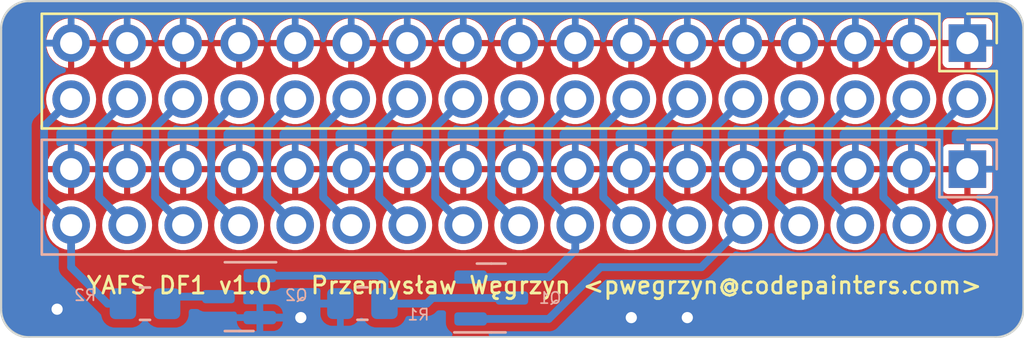
<source format=kicad_pcb>
(kicad_pcb (version 20221018) (generator pcbnew)
  (layers (0 "F.Cu" signal) (31 "B.Cu" signal) (34 "B.Paste" user) (35 "F.Paste" user) (36 "B.SilkS" user "B.Silkscreen") (37 "F.SilkS" user "F.Silkscreen") (38 "B.Mask" user) (39 "F.Mask" user) (44 "Edge.Cuts" user))
  (net 0 "")
  (net 1 "/~{SEL0}")
  (net 2 "/~{MTRON}")
  (net 3 "Net-(Q1-D)")
  (net 4 "GND")
  (net 5 "Net-(Q2-D)")
  (net 6 "/~{RDY}")
  (net 7 "Net-(J1-Pin_2)")
  (net 8 "Net-(J1-Pin_4)")
  (net 9 "Net-(J1-Pin_6)")
  (net 10 "Net-(J1-Pin_8)")
  (net 11 "Net-(J1-Pin_12)")
  (net 12 "Net-(J1-Pin_14)")
  (net 13 "Net-(J1-Pin_18)")
  (net 14 "Net-(J1-Pin_20)")
  (net 15 "Net-(J1-Pin_22)")
  (net 16 "Net-(J1-Pin_24)")
  (net 17 "Net-(J1-Pin_26)")
  (net 18 "Net-(J1-Pin_28)")
  (net 19 "Net-(J1-Pin_30)")
  (net 20 "Net-(J1-Pin_32)")
  (footprint "Connector_PinHeader_2.54mm:PinHeader_2x17_P2.54mm_Vertical" (layer "F.Cu") (at 147.955 90.805 -90)
    (fp_text reference "J2" hide)
    (fp_text value "Floppy" hide)
    (fp_line (start -1.33 -1.33) (end 0 -1.33) (stroke (width 0.12)) (layer "F.SilkS"))
    (fp_line (start -1.33 0) (end -1.33 -1.33) (stroke (width 0.12)) (layer "F.SilkS"))
    (fp_line (start -1.33 1.27) (end -1.33 41.97) (stroke (width 0.12)) (layer "F.SilkS"))
    (fp_line (start -1.33 1.27) (end 1.27 1.27) (stroke (width 0.12)) (layer "F.SilkS"))
    (fp_line (start -1.33 41.97) (end 3.87 41.97) (stroke (width 0.12)) (layer "F.SilkS"))
    (fp_line (start 1.27 -1.33) (end 3.87 -1.33) (stroke (width 0.12)) (layer "F.SilkS"))
    (fp_line (start 1.27 1.27) (end 1.27 -1.33) (stroke (width 0.12)) (layer "F.SilkS"))
    (fp_line (start 3.87 -1.33) (end 3.87 41.97) (stroke (width 0.12)) (layer "F.SilkS"))
    (pad "1" thru_hole rect (at 0 0 270) (size 1.7 1.7) (drill 1) (layers "*.Cu" "*.Mask") (net 4 "GND"))
    (pad "2" thru_hole oval (at 2.54 0 270) (size 1.7 1.7) (drill 1) (layers "*.Cu" "*.Mask") (net 7 "Net-(J1-Pin_2)"))
    (pad "3" thru_hole oval (at 0 2.54 270) (size 1.7 1.7) (drill 1) (layers "*.Cu" "*.Mask") (net 4 "GND"))
    (pad "4" thru_hole oval (at 2.54 2.54 270) (size 1.7 1.7) (drill 1) (layers "*.Cu" "*.Mask") (net 8 "Net-(J1-Pin_4)"))
    (pad "5" thru_hole oval (at 0 5.08 270) (size 1.7 1.7) (drill 1) (layers "*.Cu" "*.Mask") (net 4 "GND"))
    (pad "6" thru_hole oval (at 2.54 5.08 270) (size 1.7 1.7) (drill 1) (layers "*.Cu" "*.Mask") (net 9 "Net-(J1-Pin_6)"))
    (pad "7" thru_hole oval (at 0 7.62 270) (size 1.7 1.7) (drill 1) (layers "*.Cu" "*.Mask") (net 4 "GND"))
    (pad "8" thru_hole oval (at 2.54 7.62 270) (size 1.7 1.7) (drill 1) (layers "*.Cu" "*.Mask") (net 10 "Net-(J1-Pin_8)"))
    (pad "9" thru_hole oval (at 0 10.16 270) (size 1.7 1.7) (drill 1) (layers "*.Cu" "*.Mask") (net 4 "GND"))
    (pad "10" thru_hole oval (at 2.54 10.16 270) (size 1.7 1.7) (drill 1) (layers "*.Cu" "*.Mask") (net 1 "/~{SEL0}"))
    (pad "11" thru_hole oval (at 0 12.7 270) (size 1.7 1.7) (drill 1) (layers "*.Cu" "*.Mask") (net 4 "GND"))
    (pad "12" thru_hole oval (at 2.54 12.7 270) (size 1.7 1.7) (drill 1) (layers "*.Cu" "*.Mask") (net 11 "Net-(J1-Pin_12)"))
    (pad "13" thru_hole oval (at 0 15.24 270) (size 1.7 1.7) (drill 1) (layers "*.Cu" "*.Mask") (net 4 "GND"))
    (pad "14" thru_hole oval (at 2.54 15.24 270) (size 1.7 1.7) (drill 1) (layers "*.Cu" "*.Mask") (net 12 "Net-(J1-Pin_14)"))
    (pad "15" thru_hole oval (at 0 17.78 270) (size 1.7 1.7) (drill 1) (layers "*.Cu" "*.Mask") (net 4 "GND"))
    (pad "16" thru_hole oval (at 2.54 17.78 270) (size 1.7 1.7) (drill 1) (layers "*.Cu" "*.Mask") (net 2 "/~{MTRON}"))
    (pad "17" thru_hole oval (at 0 20.32 270) (size 1.7 1.7) (drill 1) (layers "*.Cu" "*.Mask") (net 4 "GND"))
    (pad "18" thru_hole oval (at 2.54 20.32 270) (size 1.7 1.7) (drill 1) (layers "*.Cu" "*.Mask") (net 13 "Net-(J1-Pin_18)"))
    (pad "19" thru_hole oval (at 0 22.86 270) (size 1.7 1.7) (drill 1) (layers "*.Cu" "*.Mask") (net 4 "GND"))
    (pad "20" thru_hole oval (at 2.54 22.86 270) (size 1.7 1.7) (drill 1) (layers "*.Cu" "*.Mask") (net 14 "Net-(J1-Pin_20)"))
    (pad "21" thru_hole oval (at 0 25.4 270) (size 1.7 1.7) (drill 1) (layers "*.Cu" "*.Mask") (net 4 "GND"))
    (pad "22" thru_hole oval (at 2.54 25.4 270) (size 1.7 1.7) (drill 1) (layers "*.Cu" "*.Mask") (net 15 "Net-(J1-Pin_22)"))
    (pad "23" thru_hole oval (at 0 27.94 270) (size 1.7 1.7) (drill 1) (layers "*.Cu" "*.Mask") (net 4 "GND"))
    (pad "24" thru_hole oval (at 2.54 27.94 270) (size 1.7 1.7) (drill 1) (layers "*.Cu" "*.Mask") (net 16 "Net-(J1-Pin_24)"))
    (pad "25" thru_hole oval (at 0 30.48 270) (size 1.7 1.7) (drill 1) (layers "*.Cu" "*.Mask") (net 4 "GND"))
    (pad "26" thru_hole oval (at 2.54 30.48 270) (size 1.7 1.7) (drill 1) (layers "*.Cu" "*.Mask") (net 17 "Net-(J1-Pin_26)"))
    (pad "27" thru_hole oval (at 0 33.02 270) (size 1.7 1.7) (drill 1) (layers "*.Cu" "*.Mask") (net 4 "GND"))
    (pad "28" thru_hole oval (at 2.54 33.02 270) (size 1.7 1.7) (drill 1) (layers "*.Cu" "*.Mask") (net 18 "Net-(J1-Pin_28)"))
    (pad "29" thru_hole oval (at 0 35.56 270) (size 1.7 1.7) (drill 1) (layers "*.Cu" "*.Mask") (net 4 "GND"))
    (pad "30" thru_hole oval (at 2.54 35.56 270) (size 1.7 1.7) (drill 1) (layers "*.Cu" "*.Mask") (net 19 "Net-(J1-Pin_30)"))
    (pad "31" thru_hole oval (at 0 38.1 270) (size 1.7 1.7) (drill 1) (layers "*.Cu" "*.Mask") (net 4 "GND"))
    (pad "32" thru_hole oval (at 2.54 38.1 270) (size 1.7 1.7) (drill 1) (layers "*.Cu" "*.Mask") (net 20 "Net-(J1-Pin_32)"))
    (pad "33" thru_hole oval (at 0 40.64 270) (size 1.7 1.7) (drill 1) (layers "*.Cu" "*.Mask") (net 4 "GND"))
    (pad "34" thru_hole oval (at 2.54 40.64 270) (size 1.7 1.7) (drill 1) (layers "*.Cu" "*.Mask") (net 6 "/~{RDY}"))
  )
  (footprint "Connector_PinSocket_2.54mm:PinSocket_2x17_P2.54mm_Vertical" (layer "B.Cu") (at 147.955 96.52 90)
    (fp_text reference "J1" hide)
    (fp_text value "MBoard" hide)
    (fp_line (start -3.87 -41.97) (end 1.33 -41.97) (stroke (width 0.12)) (layer "B.SilkS"))
    (fp_line (start -3.87 1.33) (end -3.87 -41.97) (stroke (width 0.12)) (layer "B.SilkS"))
    (fp_line (start -3.87 1.33) (end -1.27 1.33) (stroke (width 0.12)) (layer "B.SilkS"))
    (fp_line (start -1.27 -1.27) (end 1.33 -1.27) (stroke (width 0.12)) (layer "B.SilkS"))
    (fp_line (start -1.27 1.33) (end -1.27 -1.27) (stroke (width 0.12)) (layer "B.SilkS"))
    (fp_line (start 0 1.33) (end 1.33 1.33) (stroke (width 0.12)) (layer "B.SilkS"))
    (fp_line (start 1.33 -1.27) (end 1.33 -41.97) (stroke (width 0.12)) (layer "B.SilkS"))
    (fp_line (start 1.33 1.33) (end 1.33 0) (stroke (width 0.12)) (layer "B.SilkS"))
    (pad "1" thru_hole rect (at 0 0 90) (size 1.7 1.7) (drill 1) (layers "*.Cu" "*.Mask") (net 4 "GND"))
    (pad "2" thru_hole oval (at -2.54 0 90) (size 1.7 1.7) (drill 1) (layers "*.Cu" "*.Mask") (net 7 "Net-(J1-Pin_2)"))
    (pad "3" thru_hole oval (at 0 -2.54 90) (size 1.7 1.7) (drill 1) (layers "*.Cu" "*.Mask") (net 4 "GND"))
    (pad "4" thru_hole oval (at -2.54 -2.54 90) (size 1.7 1.7) (drill 1) (layers "*.Cu" "*.Mask") (net 8 "Net-(J1-Pin_4)"))
    (pad "5" thru_hole oval (at 0 -5.08 90) (size 1.7 1.7) (drill 1) (layers "*.Cu" "*.Mask") (net 4 "GND"))
    (pad "6" thru_hole oval (at -2.54 -5.08 90) (size 1.7 1.7) (drill 1) (layers "*.Cu" "*.Mask") (net 9 "Net-(J1-Pin_6)"))
    (pad "7" thru_hole oval (at 0 -7.62 90) (size 1.7 1.7) (drill 1) (layers "*.Cu" "*.Mask") (net 4 "GND"))
    (pad "8" thru_hole oval (at -2.54 -7.62 90) (size 1.7 1.7) (drill 1) (layers "*.Cu" "*.Mask") (net 10 "Net-(J1-Pin_8)"))
    (pad "9" thru_hole oval (at 0 -10.16 90) (size 1.7 1.7) (drill 1) (layers "*.Cu" "*.Mask") (net 4 "GND"))
    (pad "10" thru_hole oval (at -2.54 -10.16 90) (size 1.7 1.7) (drill 1) (layers "*.Cu" "*.Mask") (net 1 "/~{SEL0}"))
    (pad "11" thru_hole oval (at 0 -12.7 90) (size 1.7 1.7) (drill 1) (layers "*.Cu" "*.Mask") (net 4 "GND"))
    (pad "12" thru_hole oval (at -2.54 -12.7 90) (size 1.7 1.7) (drill 1) (layers "*.Cu" "*.Mask") (net 11 "Net-(J1-Pin_12)"))
    (pad "13" thru_hole oval (at 0 -15.24 90) (size 1.7 1.7) (drill 1) (layers "*.Cu" "*.Mask") (net 4 "GND"))
    (pad "14" thru_hole oval (at -2.54 -15.24 90) (size 1.7 1.7) (drill 1) (layers "*.Cu" "*.Mask") (net 12 "Net-(J1-Pin_14)"))
    (pad "15" thru_hole oval (at 0 -17.78 90) (size 1.7 1.7) (drill 1) (layers "*.Cu" "*.Mask") (net 4 "GND"))
    (pad "16" thru_hole oval (at -2.54 -17.78 90) (size 1.7 1.7) (drill 1) (layers "*.Cu" "*.Mask") (net 2 "/~{MTRON}"))
    (pad "17" thru_hole oval (at 0 -20.32 90) (size 1.7 1.7) (drill 1) (layers "*.Cu" "*.Mask") (net 4 "GND"))
    (pad "18" thru_hole oval (at -2.54 -20.32 90) (size 1.7 1.7) (drill 1) (layers "*.Cu" "*.Mask") (net 13 "Net-(J1-Pin_18)"))
    (pad "19" thru_hole oval (at 0 -22.86 90) (size 1.7 1.7) (drill 1) (layers "*.Cu" "*.Mask") (net 4 "GND"))
    (pad "20" thru_hole oval (at -2.54 -22.86 90) (size 1.7 1.7) (drill 1) (layers "*.Cu" "*.Mask") (net 14 "Net-(J1-Pin_20)"))
    (pad "21" thru_hole oval (at 0 -25.4 90) (size 1.7 1.7) (drill 1) (layers "*.Cu" "*.Mask") (net 4 "GND"))
    (pad "22" thru_hole oval (at -2.54 -25.4 90) (size 1.7 1.7) (drill 1) (layers "*.Cu" "*.Mask") (net 15 "Net-(J1-Pin_22)"))
    (pad "23" thru_hole oval (at 0 -27.94 90) (size 1.7 1.7) (drill 1) (layers "*.Cu" "*.Mask") (net 4 "GND"))
    (pad "24" thru_hole oval (at -2.54 -27.94 90) (size 1.7 1.7) (drill 1) (layers "*.Cu" "*.Mask") (net 16 "Net-(J1-Pin_24)"))
    (pad "25" thru_hole oval (at 0 -30.48 90) (size 1.7 1.7) (drill 1) (layers "*.Cu" "*.Mask") (net 4 "GND"))
    (pad "26" thru_hole oval (at -2.54 -30.48 90) (size 1.7 1.7) (drill 1) (layers "*.Cu" "*.Mask") (net 17 "Net-(J1-Pin_26)"))
    (pad "27" thru_hole oval (at 0 -33.02 90) (size 1.7 1.7) (drill 1) (layers "*.Cu" "*.Mask") (net 4 "GND"))
    (pad "28" thru_hole oval (at -2.54 -33.02 90) (size 1.7 1.7) (drill 1) (layers "*.Cu" "*.Mask") (net 18 "Net-(J1-Pin_28)"))
    (pad "29" thru_hole oval (at 0 -35.56 90) (size 1.7 1.7) (drill 1) (layers "*.Cu" "*.Mask") (net 4 "GND"))
    (pad "30" thru_hole oval (at -2.54 -35.56 90) (size 1.7 1.7) (drill 1) (layers "*.Cu" "*.Mask") (net 19 "Net-(J1-Pin_30)"))
    (pad "31" thru_hole oval (at 0 -38.1 90) (size 1.7 1.7) (drill 1) (layers "*.Cu" "*.Mask") (net 4 "GND"))
    (pad "32" thru_hole oval (at -2.54 -38.1 90) (size 1.7 1.7) (drill 1) (layers "*.Cu" "*.Mask") (net 20 "Net-(J1-Pin_32)"))
    (pad "33" thru_hole oval (at 0 -40.64 90) (size 1.7 1.7) (drill 1) (layers "*.Cu" "*.Mask") (net 4 "GND"))
    (pad "34" thru_hole oval (at -2.54 -40.64 90) (size 1.7 1.7) (drill 1) (layers "*.Cu" "*.Mask") (net 6 "/~{RDY}"))
  )
  (footprint "Package_TO_SOT_SMD:SOT-23" (layer "B.Cu") (at 114.935 102.301 180)
    (fp_text reference "Q2" (at -2.5885 0.066) (layer "B.SilkS") (effects (font (size 0.508 0.508) (thickness 0.0762)) (justify mirror)))
    (fp_text value "BSS123" hide)
    (fp_line (start 0 -1.56) (end -0.65 -1.56) (stroke (width 0.12)) (layer "B.SilkS"))
    (fp_line (start 0 -1.56) (end 0.65 -1.56) (stroke (width 0.12)) (layer "B.SilkS"))
    (fp_line (start 0 1.56) (end -1.675 1.56) (stroke (width 0.12)) (layer "B.SilkS"))
    (fp_line (start 0 1.56) (end 0.65 1.56) (stroke (width 0.12)) (layer "B.SilkS"))
    (pad "1" smd roundrect (at -0.9375 0.95 180) (size 1.475 0.6) (layers "B.Cu" "B.Paste" "B.Mask") (net 3 "Net-(Q1-D)"))
    (pad "2" smd roundrect (at -0.9375 -0.95 180) (size 1.475 0.6) (layers "B.Cu" "B.Paste" "B.Mask") (net 4 "GND"))
    (pad "3" smd roundrect (at 0.9375 0 180) (size 1.475 0.6) (layers "B.Cu" "B.Paste" "B.Mask") (net 5 "Net-(Q2-D)"))
  )
  (footprint "Package_TO_SOT_SMD:SOT-23" (layer "B.Cu") (at 126.365 102.362)
    (fp_text reference "Q1" (at 2.667 0) (layer "B.SilkS") (effects (font (size 0.508 0.508) (thickness 0.0762)) (justify mirror)))
    (fp_text value "DMG2301L" hide)
    (fp_line (start 0 -1.56) (end -0.65 -1.56) (stroke (width 0.12)) (layer "B.SilkS"))
    (fp_line (start 0 -1.56) (end 0.65 -1.56) (stroke (width 0.12)) (layer "B.SilkS"))
    (fp_line (start 0 1.56) (end -1.675 1.56) (stroke (width 0.12)) (layer "B.SilkS"))
    (fp_line (start 0 1.56) (end 0.65 1.56) (stroke (width 0.12)) (layer "B.SilkS"))
    (pad "1" smd roundrect (at -0.9375 0.95) (size 1.475 0.6) (layers "B.Cu" "B.Paste" "B.Mask") (net 1 "/~{SEL0}"))
    (pad "2" smd roundrect (at -0.9375 -0.95) (size 1.475 0.6) (layers "B.Cu" "B.Paste" "B.Mask") (net 2 "/~{MTRON}"))
    (pad "3" smd roundrect (at 0.9375 0) (size 1.475 0.6) (layers "B.Cu" "B.Paste" "B.Mask") (net 3 "Net-(Q1-D)"))
  )
  (footprint "Resistor_SMD:R_0805_2012Metric_Pad1.20x1.40mm_HandSolder" (layer "B.Cu") (at 120.523 102.616 180)
    (fp_text reference "R1" (at -2.54 -0.503) (layer "B.SilkS") (effects (font (size 0.508 0.508) (thickness 0.0762)) (justify mirror)))
    (fp_text value "2k2" hide)
    (fp_line (start -0.227064 -0.735) (end 0.227064 -0.735) (stroke (width 0.12)) (layer "B.SilkS"))
    (fp_line (start -0.227064 0.735) (end 0.227064 0.735) (stroke (width 0.12)) (layer "B.SilkS"))
    (pad "1" smd roundrect (at -1 0 180) (size 1.2 1.4) (layers "B.Cu" "B.Paste" "B.Mask") (roundrect_rratio 0.208333) (net 3 "Net-(Q1-D)"))
    (pad "2" smd roundrect (at 1 0 180) (size 1.2 1.4) (layers "B.Cu" "B.Paste" "B.Mask") (roundrect_rratio 0.208333) (net 4 "GND"))
  )
  (footprint "Resistor_SMD:R_0805_2012Metric_Pad1.20x1.40mm_HandSolder" (layer "B.Cu") (at 110.6655 102.621 180)
    (fp_text reference "R2" (at 2.7155 0.386) (layer "B.SilkS") (effects (font (size 0.508 0.508) (thickness 0.0762)) (justify mirror)))
    (fp_text value "100R" hide)
    (fp_line (start -0.227064 -0.735) (end 0.227064 -0.735) (stroke (width 0.12)) (layer "B.SilkS"))
    (fp_line (start -0.227064 0.735) (end 0.227064 0.735) (stroke (width 0.12)) (layer "B.SilkS"))
    (pad "1" smd roundrect (at -1 0 180) (size 1.2 1.4) (layers "B.Cu" "B.Paste" "B.Mask") (roundrect_rratio 0.208333) (net 5 "Net-(Q2-D)"))
    (pad "2" smd roundrect (at 1 0 180) (size 1.2 1.4) (layers "B.Cu" "B.Paste" "B.Mask") (roundrect_rratio 0.208333) (net 6 "/~{RDY}"))
  )
  (gr_line (start 105.41 104.14) (end 149.225 104.14) (stroke (width 0.1)) (layer "Edge.Cuts"))
  (gr_arc (start 150.495 102.87) (mid 150.123026 103.768026) (end 149.225 104.14) (stroke (width 0.1)) (layer "Edge.Cuts"))
  (gr_line (start 104.14 90.17) (end 104.14 102.87) (stroke (width 0.1)) (layer "Edge.Cuts"))
  (gr_arc (start 105.41 104.14) (mid 104.511974 103.768026) (end 104.14 102.87) (stroke (width 0.1)) (layer "Edge.Cuts"))
  (gr_arc (start 149.225 88.9) (mid 150.123026 89.271974) (end 150.495 90.17) (stroke (width 0.1)) (layer "Edge.Cuts"))
  (gr_arc (start 104.14 90.17) (mid 104.511974 89.271974) (end 105.41 88.9) (stroke (width 0.1)) (layer "Edge.Cuts"))
  (gr_line (start 105.41 88.9) (end 149.225 88.9) (stroke (width 0.1)) (layer "Edge.Cuts"))
  (gr_line (start 150.495 90.17) (end 150.495 102.87) (stroke (width 0.1)) (layer "Edge.Cuts"))
  (gr_text "Przemysław Węgrzyn <pwegrzyn@codepainters.com>" (at 118.11 102.235) (layer "F.SilkS") (effects (font (size 0.762 0.762) (thickness 0.127) bold) (justify left bottom)))
  (gr_text "YAFS DF1 v1.0" (at 107.95 102.235) (layer "F.SilkS") (effects (font (size 0.762 0.762) (thickness 0.127) bold) (justify left bottom)))
  (segment (start 128.971 103.312) (end 131.318 100.965) (width 0.3556) (layer "B.Cu") (net 1))
  (segment (start 125.4275 103.312) (end 128.971 103.312) (width 0.3556) (layer "B.Cu") (net 1))
  (segment (start 137.795 99.06) (end 136.525 97.79) (width 0.3556) (layer "B.Cu") (net 1))
  (segment (start 135.89 100.965) (end 137.795 99.06) (width 0.3556) (layer "B.Cu") (net 1))
  (segment (start 136.525 94.615) (end 137.795 93.345) (width 0.3556) (layer "B.Cu") (net 1))
  (segment (start 136.525 97.79) (end 136.525 94.615) (width 0.3556) (layer "B.Cu") (net 1))
  (segment (start 131.318 100.965) (end 135.89 100.965) (width 0.3556) (layer "B.Cu") (net 1))
  (segment (start 130.175 99.06) (end 128.905 97.79) (width 0.3556) (layer "B.Cu") (net 2))
  (segment (start 130.175 100.203) (end 130.175 99.06) (width 0.3556) (layer "B.Cu") (net 2))
  (segment (start 128.905 94.615) (end 130.175 93.345) (width 0.3556) (layer "B.Cu") (net 2))
  (segment (start 125.4275 101.412) (end 128.966 101.412) (width 0.3556) (layer "B.Cu") (net 2))
  (segment (start 128.905 97.79) (end 128.905 94.615) (width 0.3556) (layer "B.Cu") (net 2))
  (segment (start 128.966 101.412) (end 130.175 100.203) (width 0.3556) (layer "B.Cu") (net 2))
  (segment (start 115.8725 101.351) (end 121.29 101.351) (width 0.3556) (layer "B.Cu") (net 3))
  (segment (start 123.698 102.362) (end 127.3025 102.362) (width 0.3556) (layer "B.Cu") (net 3))
  (segment (start 121.523 101.616) (end 121.523 102.616) (width 0.3556) (layer "B.Cu") (net 3))
  (segment (start 121.29 101.351) (end 121.539 101.6) (width 0.3556) (layer "B.Cu") (net 3))
  (segment (start 123.444 102.616) (end 123.698 102.362) (width 0.3556) (layer "B.Cu") (net 3))
  (segment (start 121.539 101.6) (end 121.523 101.616) (width 0.3556) (layer "B.Cu") (net 3))
  (segment (start 121.523 102.616) (end 123.444 102.616) (width 0.3556) (layer "B.Cu") (net 3))
  (via (at 106.68 102.87) (size 1.016) (drill 0.508) (layers "F.Cu" "B.Cu") (net 4))
  (via (at 135.255 103.251) (size 1.016) (drill 0.508) (layers "F.Cu" "B.Cu") (net 4))
  (via (at 117.729 103.251) (size 1.016) (drill 0.508) (layers "F.Cu" "B.Cu") (net 4))
  (via (at 132.715 103.251) (size 1.016) (drill 0.508) (layers "F.Cu" "B.Cu") (net 4))
  (segment (start 117.729 103.251) (end 118.364 102.616) (width 0.3556) (layer "B.Cu") (net 4))
  (segment (start 115.8725 103.251) (end 117.729 103.251) (width 0.3556) (layer "B.Cu") (net 4))
  (segment (start 118.364 102.616) (end 119.523 102.616) (width 0.3556) (layer "B.Cu") (net 4))
  (segment (start 111.6655 102.621) (end 111.9855 102.301) (width 0.3556) (layer "B.Cu") (net 5))
  (segment (start 111.9855 102.301) (end 113.9975 102.301) (width 0.3556) (layer "B.Cu") (net 5))
  (segment (start 109.6655 102.621) (end 108.971 102.621) (width 0.3556) (layer "B.Cu") (net 6))
  (segment (start 106.0872 94.5728) (end 107.315 93.345) (width 0.3556) (layer "B.Cu") (net 6))
  (segment (start 107.315 99.06) (end 106.0872 97.8322) (width 0.3556) (layer "B.Cu") (net 6))
  (segment (start 107.315 100.965) (end 107.315 99.06) (width 0.3556) (layer "B.Cu") (net 6))
  (segment (start 106.0872 97.8322) (end 106.0872 94.5728) (width 0.3556) (layer "B.Cu") (net 6))
  (segment (start 108.971 102.621) (end 107.315 100.965) (width 0.3556) (layer "B.Cu") (net 6))
  (segment (start 146.685 97.79) (end 146.685 94.615) (width 0.3556) (layer "B.Cu") (net 7))
  (segment (start 147.955 99.06) (end 146.685 97.79) (width 0.3556) (layer "B.Cu") (net 7))
  (segment (start 146.685 94.615) (end 147.955 93.345) (width 0.3556) (layer "B.Cu") (net 7))
  (segment (start 144.145 97.79) (end 144.145 94.615) (width 0.3556) (layer "B.Cu") (net 8))
  (segment (start 145.415 99.06) (end 144.145 97.79) (width 0.3556) (layer "B.Cu") (net 8))
  (segment (start 144.145 94.615) (end 145.415 93.345) (width 0.3556) (layer "B.Cu") (net 8))
  (segment (start 142.875 99.06) (end 141.605 97.79) (width 0.3556) (layer "B.Cu") (net 9))
  (segment (start 141.605 94.615) (end 142.875 93.345) (width 0.3556) (layer "B.Cu") (net 9))
  (segment (start 141.605 97.79) (end 141.605 94.615) (width 0.3556) (layer "B.Cu") (net 9))
  (segment (start 139.065 97.79) (end 139.065 94.615) (width 0.3556) (layer "B.Cu") (net 10))
  (segment (start 139.065 94.615) (end 140.335 93.345) (width 0.3556) (layer "B.Cu") (net 10))
  (segment (start 140.335 99.06) (end 139.065 97.79) (width 0.3556) (layer "B.Cu") (net 10))
  (segment (start 135.255 99.06) (end 133.985 97.79) (width 0.3556) (layer "B.Cu") (net 11))
  (segment (start 133.985 94.615) (end 135.255 93.345) (width 0.3556) (layer "B.Cu") (net 11))
  (segment (start 133.985 97.79) (end 133.985 94.615) (width 0.3556) (layer "B.Cu") (net 11))
  (segment (start 131.445 97.79) (end 131.445 94.615) (width 0.3556) (layer "B.Cu") (net 12))
  (segment (start 132.715 99.06) (end 131.445 97.79) (width 0.3556) (layer "B.Cu") (net 12))
  (segment (start 131.445 94.615) (end 132.715 93.345) (width 0.3556) (layer "B.Cu") (net 12))
  (segment (start 126.365 97.79) (end 126.365 94.615) (width 0.3556) (layer "B.Cu") (net 13))
  (segment (start 126.365 94.615) (end 127.635 93.345) (width 0.3556) (layer "B.Cu") (net 13))
  (segment (start 127.635 99.06) (end 126.365 97.79) (width 0.3556) (layer "B.Cu") (net 13))
  (segment (start 123.825 94.615) (end 125.095 93.345) (width 0.3556) (layer "B.Cu") (net 14))
  (segment (start 123.825 97.79) (end 123.825 94.615) (width 0.3556) (layer "B.Cu") (net 14))
  (segment (start 125.095 99.06) (end 123.825 97.79) (width 0.3556) (layer "B.Cu") (net 14))
  (segment (start 122.555 99.06) (end 121.285 97.79) (width 0.3556) (layer "B.Cu") (net 15))
  (segment (start 121.285 97.79) (end 121.285 94.615) (width 0.3556) (layer "B.Cu") (net 15))
  (segment (start 121.285 94.615) (end 122.555 93.345) (width 0.3556) (layer "B.Cu") (net 15))
  (segment (start 118.745 97.79) (end 118.745 94.615) (width 0.3556) (layer "B.Cu") (net 16))
  (segment (start 120.015 99.06) (end 118.745 97.79) (width 0.3556) (layer "B.Cu") (net 16))
  (segment (start 118.745 94.615) (end 120.015 93.345) (width 0.3556) (layer "B.Cu") (net 16))
  (segment (start 116.205 97.79) (end 116.205 94.615) (width 0.3556) (layer "B.Cu") (net 17))
  (segment (start 116.205 94.615) (end 117.475 93.345) (width 0.3556) (layer "B.Cu") (net 17))
  (segment (start 117.475 99.06) (end 116.205 97.79) (width 0.3556) (layer "B.Cu") (net 17))
  (segment (start 113.665 94.615) (end 114.935 93.345) (width 0.3556) (layer "B.Cu") (net 18))
  (segment (start 113.665 97.79) (end 113.665 94.615) (width 0.3556) (layer "B.Cu") (net 18))
  (segment (start 114.935 99.06) (end 113.665 97.79) (width 0.3556) (layer "B.Cu") (net 18))
  (segment (start 111.125 94.615) (end 112.395 93.345) (width 0.3556) (layer "B.Cu") (net 19))
  (segment (start 112.395 99.06) (end 111.125 97.79) (width 0.3556) (layer "B.Cu") (net 19))
  (segment (start 111.125 97.79) (end 111.125 94.615) (width 0.3556) (layer "B.Cu") (net 19))
  (segment (start 108.585 97.79) (end 108.585 94.615) (width 0.3556) (layer "B.Cu") (net 20))
  (segment (start 108.585 94.615) (end 109.855 93.345) (width 0.3556) (layer "B.Cu") (net 20))
  (segment (start 109.855 99.06) (end 108.585 97.79) (width 0.3556) (layer "B.Cu") (net 20))
  (zone (net 4) (net_name "GND") (layer "F.Cu") (connect_pads (clearance 0.2794)) (min_thickness 0.25) (fill yes (thermal_gap 0.2794) (thermal_bridge_width 0.2794))
    (polygon (pts (xy 104.14 88.9) (xy 150.495 88.9) (xy 150.495 104.14) (xy 104.14 104.14)))
  )
  (zone (net 4) (net_name "GND") (layer "B.Cu") (priority 1) (connect_pads (clearance 0.3048)) (min_thickness 0.25) (fill yes (thermal_gap 0.3048) (thermal_bridge_width 0.3048))
    (polygon (pts (xy 104.14 88.9) (xy 104.14 104.14) (xy 150.495 104.14) (xy 150.495 88.9)))
  )
)
</source>
